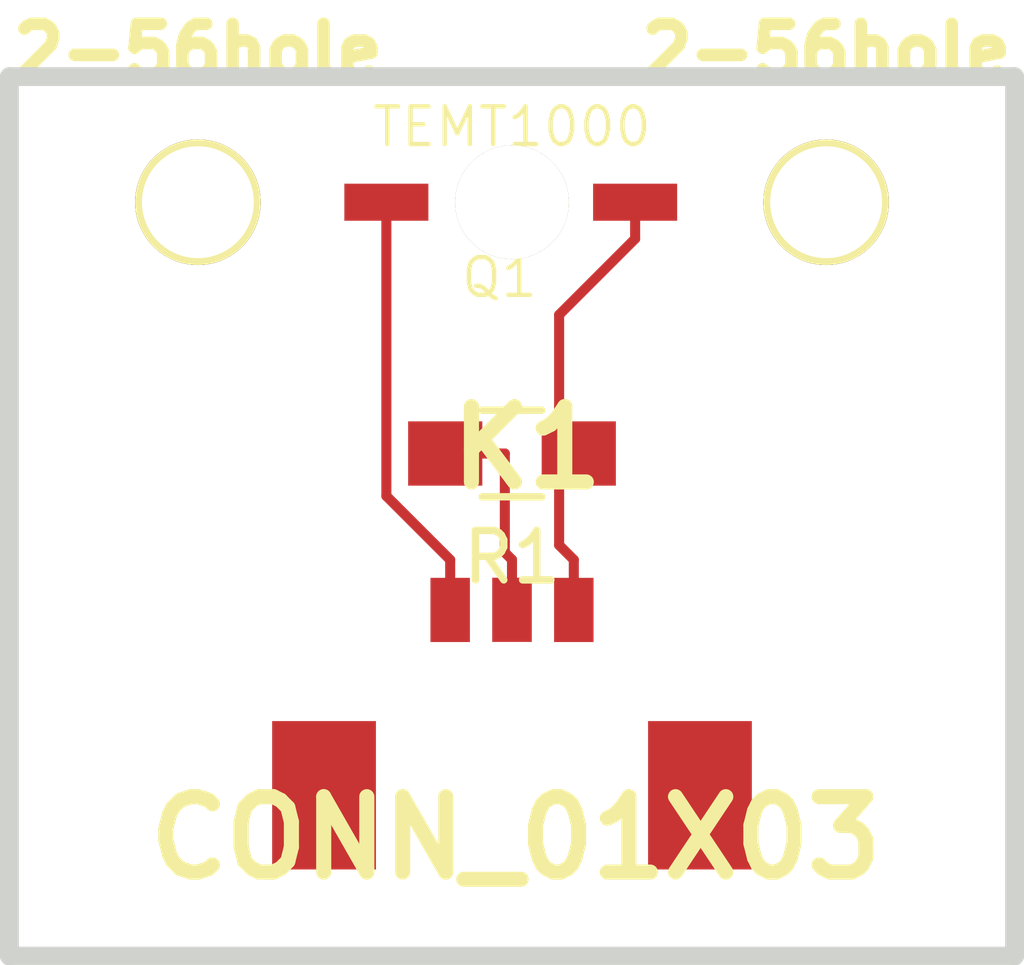
<source format=kicad_pcb>
(kicad_pcb (version 4) (host pcbnew 4.0.4-stable)

  (general
    (links 4)
    (no_connects 0)
    (area 13.779499 17.589499 34.480501 35.750501)
    (thickness 1.6002)
    (drawings 4)
    (tracks 13)
    (zones 0)
    (modules 5)
    (nets 4)
  )

  (page A4)
  (title_block
    (date "1 mar 2012")
  )

  (layers
    (0 Front signal)
    (31 Back signal)
    (32 B.Adhes user)
    (33 F.Adhes user)
    (34 B.Paste user)
    (35 F.Paste user)
    (36 B.SilkS user)
    (37 F.SilkS user)
    (38 B.Mask user)
    (39 F.Mask user)
    (40 Dwgs.User user)
    (41 Cmts.User user)
    (42 Eco1.User user)
    (43 Eco2.User user)
    (44 Edge.Cuts user)
  )

  (setup
    (last_trace_width 0.2032)
    (trace_clearance 0.254)
    (zone_clearance 0.508)
    (zone_45_only no)
    (trace_min 0.2032)
    (segment_width 0.381)
    (edge_width 0.381)
    (via_size 0.889)
    (via_drill 0.635)
    (via_min_size 0.889)
    (via_min_drill 0.508)
    (uvia_size 0.508)
    (uvia_drill 0.127)
    (uvias_allowed no)
    (uvia_min_size 0.508)
    (uvia_min_drill 0.127)
    (pcb_text_width 0.3048)
    (pcb_text_size 1.524 2.032)
    (mod_edge_width 0.381)
    (mod_text_size 1.524 1.524)
    (mod_text_width 0.3048)
    (pad_size 1.69926 0.7493)
    (pad_drill 0)
    (pad_to_mask_clearance 0.254)
    (aux_axis_origin 0 0)
    (visible_elements FFFFFF7F)
    (pcbplotparams
      (layerselection 0x00030_80000001)
      (usegerberextensions false)
      (excludeedgelayer true)
      (linewidth 0.100000)
      (plotframeref false)
      (viasonmask false)
      (mode 1)
      (useauxorigin false)
      (hpglpennumber 1)
      (hpglpenspeed 20)
      (hpglpendiameter 15)
      (hpglpenoverlay 2)
      (psnegative false)
      (psa4output false)
      (plotreference true)
      (plotvalue true)
      (plotinvisibletext false)
      (padsonsilk false)
      (subtractmaskfromsilk false)
      (outputformat 1)
      (mirror false)
      (drillshape 1)
      (scaleselection 1)
      (outputdirectory ""))
  )

  (net 0 "")
  (net 1 /GND)
  (net 2 /SIG)
  (net 3 /3.3v)

  (net_class Default "This is the default net class."
    (clearance 0.254)
    (trace_width 0.2032)
    (via_dia 0.889)
    (via_drill 0.635)
    (uvia_dia 0.508)
    (uvia_drill 0.127)
    (add_net /3.3v)
    (add_net /GND)
    (add_net /SIG)
  )

  (module 2-56hole (layer Front) (tedit 4F4DDB84) (tstamp 4F4DDC0C)
    (at 30.48 20.32)
    (descr "module 1 pin (ou trou mecanique de percage)")
    (tags DEV)
    (fp_text reference 2-56hole (at 0 -3.048) (layer F.SilkS)
      (effects (font (size 1.016 1.016) (thickness 0.254)))
    )
    (fp_text value P*** (at 0 2.794) (layer F.SilkS) hide
      (effects (font (size 1.016 1.016) (thickness 0.254)))
    )
    (pad 1 thru_hole circle (at 0 0) (size 2.54 2.54) (drill 2.2606) (layers *.Cu *.Mask F.SilkS))
  )

  (module 2-56hole (layer Front) (tedit 4F4DDB84) (tstamp 4F4DDC10)
    (at 17.78 20.32)
    (descr "module 1 pin (ou trou mecanique de percage)")
    (tags DEV)
    (fp_text reference 2-56hole (at 0 -3.048) (layer F.SilkS)
      (effects (font (size 1.016 1.016) (thickness 0.254)))
    )
    (fp_text value P*** (at 0 2.794) (layer F.SilkS) hide
      (effects (font (size 1.016 1.016) (thickness 0.254)))
    )
    (pad 1 thru_hole circle (at 0 0) (size 2.54 2.54) (drill 2.2606) (layers *.Cu *.Mask F.SilkS))
  )

  (module thunderbots-modules:connector_0_49_in_3pin (layer Front) (tedit 4F4AD031) (tstamp 587AA5AC)
    (at 24.13 29.21)
    (path /4F4ABF4E)
    (fp_text reference K1 (at 0.3048 -3.9243) (layer F.SilkS)
      (effects (font (thickness 0.3048)))
    )
    (fp_text value CONN_01X03 (at 0.0762 3.9624) (layer F.SilkS)
      (effects (font (thickness 0.3048)))
    )
    (pad 2 smd rect (at 0 -0.65024) (size 0.8001 1.29794) (layers Front F.Paste F.Mask)
      (net 1 /GND))
    (pad 3 smd rect (at 1.24968 -0.6477) (size 0.79756 1.29794) (layers Front F.Paste F.Mask)
      (net 2 /SIG))
    (pad 1 smd rect (at -1.24968 -0.6477) (size 0.79756 1.29794) (layers Front F.Paste F.Mask)
      (net 3 /3.3v))
    (pad "" smd rect (at -3.79984 3.0988) (size 2.09804 2.99974) (layers Front F.Paste F.Mask))
    (pad "" smd rect (at 3.79984 3.0988) (size 2.09804 2.99974) (layers Front F.Paste F.Mask))
  )

  (module thunderbots-modules:PHOTOTRANS-TEMT1000 (layer Front) (tedit 4F4AD556) (tstamp 587AA5B4)
    (at 24.13 20.32 180)
    (descr "LED 1206 smd package")
    (tags "LED led 1206 SMD smd SMT smt smdled SMDLED smtled SMTLED")
    (path /4F4AC0B2)
    (attr smd)
    (fp_text reference Q1 (at 0.254 -1.524 180) (layer F.SilkS)
      (effects (font (size 0.762 0.762) (thickness 0.0889)))
    )
    (fp_text value TEMT1000 (at 0 1.524 180) (layer F.SilkS)
      (effects (font (size 0.762 0.762) (thickness 0.0889)))
    )
    (pad 1 smd rect (at -2.4892 0 180) (size 1.69926 0.7493) (layers Front F.Paste F.Mask)
      (net 2 /SIG))
    (pad 3 smd rect (at 2.54 0 180) (size 1.69926 0.7493) (layers Front F.Paste F.Mask)
      (net 3 /3.3v))
    (pad "" thru_hole circle (at 0 0 180) (size 2.2987 2.2987) (drill 2.2987) (layers *.Cu *.Mask F.SilkS))
  )

  (module Resistors_SMD:R_0805_HandSoldering (layer Front) (tedit 54189DEE) (tstamp 587AA5BA)
    (at 24.13 25.4 180)
    (descr "Resistor SMD 0805, hand soldering")
    (tags "resistor 0805")
    (path /4F4ABF26)
    (attr smd)
    (fp_text reference R1 (at 0 -2.1 180) (layer F.SilkS)
      (effects (font (size 1 1) (thickness 0.15)))
    )
    (fp_text value 100R (at 0 2.1 180) (layer F.Fab)
      (effects (font (size 1 1) (thickness 0.15)))
    )
    (fp_line (start -2.4 -1) (end 2.4 -1) (layer F.CrtYd) (width 0.05))
    (fp_line (start -2.4 1) (end 2.4 1) (layer F.CrtYd) (width 0.05))
    (fp_line (start -2.4 -1) (end -2.4 1) (layer F.CrtYd) (width 0.05))
    (fp_line (start 2.4 -1) (end 2.4 1) (layer F.CrtYd) (width 0.05))
    (fp_line (start 0.6 0.875) (end -0.6 0.875) (layer F.SilkS) (width 0.15))
    (fp_line (start -0.6 -0.875) (end 0.6 -0.875) (layer F.SilkS) (width 0.15))
    (pad 1 smd rect (at -1.35 0 180) (size 1.5 1.3) (layers Front F.Paste F.Mask)
      (net 2 /SIG))
    (pad 2 smd rect (at 1.35 0 180) (size 1.5 1.3) (layers Front F.Paste F.Mask)
      (net 1 /GND))
    (model Resistors_SMD.3dshapes/R_0805_HandSoldering.wrl
      (at (xyz 0 0 0))
      (scale (xyz 1 1 1))
      (rotate (xyz 0 0 0))
    )
  )

  (gr_line (start 13.97 17.78) (end 34.29 17.78) (angle 90) (layer Edge.Cuts) (width 0.381))
  (gr_line (start 13.97 35.56) (end 13.97 17.78) (angle 90) (layer Edge.Cuts) (width 0.381))
  (gr_line (start 34.29 35.56) (end 13.97 35.56) (angle 90) (layer Edge.Cuts) (width 0.381))
  (gr_line (start 34.29 17.78) (end 34.29 35.56) (angle 90) (layer Edge.Cuts) (width 0.381))

  (segment (start 23.98522 27.40152) (end 24.13 27.5463) (width 0.2032) (layer Front) (net 1))
  (segment (start 24.13 28.55976) (end 24.13 27.5463) (width 0.2032) (layer Front) (net 1) (status 800))
  (segment (start 23.1775 25.4) (end 23.98522 25.4) (width 0.2032) (layer Front) (net 1) (status 800))
  (segment (start 23.98522 25.4) (end 23.98522 27.40152) (width 0.2032) (layer Front) (net 1))
  (segment (start 26.6192 20.32) (end 26.6192 21.05914) (width 0.2032) (layer Front) (net 2) (status 800))
  (segment (start 26.6192 21.05914) (end 25.0825 22.59584) (width 0.2032) (layer Front) (net 2))
  (segment (start 25.0825 22.59584) (end 25.0825 25.4) (width 0.2032) (layer Front) (net 2) (status 400))
  (segment (start 25.37968 28.5623) (end 25.37968 27.54884) (width 0.2032) (layer Front) (net 2) (status 800))
  (segment (start 25.0825 25.4) (end 25.0825 27.25166) (width 0.2032) (layer Front) (net 2) (status 800))
  (segment (start 25.0825 27.25166) (end 25.37968 27.54884) (width 0.2032) (layer Front) (net 2))
  (segment (start 21.59 20.32) (end 21.59 26.25852) (width 0.2032) (layer Front) (net 3) (status 800))
  (segment (start 21.59 26.25852) (end 22.88032 27.54884) (width 0.2032) (layer Front) (net 3))
  (segment (start 22.88032 28.5623) (end 22.88032 27.54884) (width 0.2032) (layer Front) (net 3) (status 800))

)

</source>
